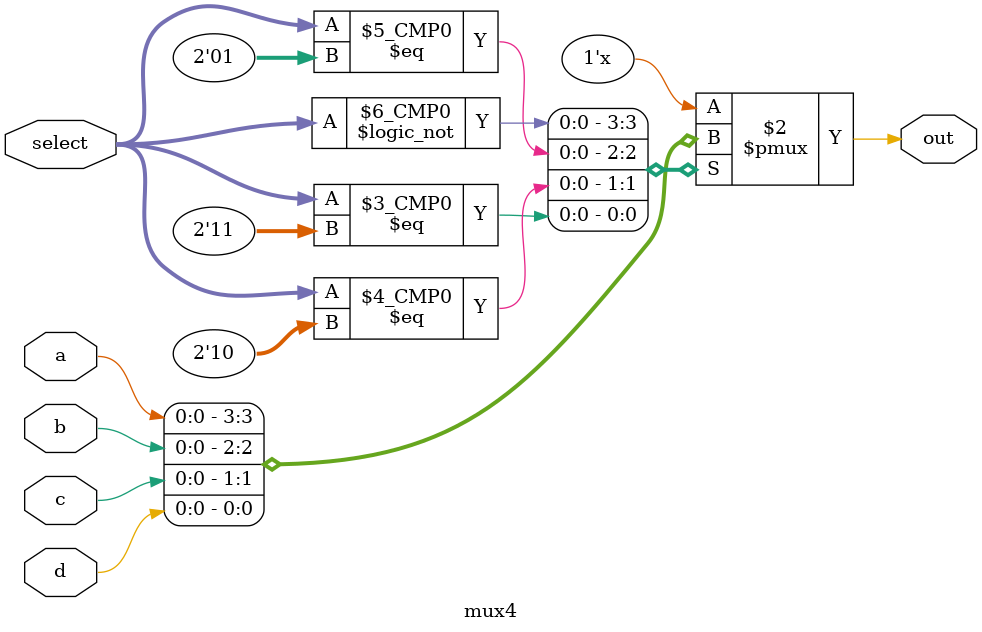
<source format=sv>
module mux4
 #(parameter width = 1)
  (input logic[1:0] select,
  input logic  [width-1:0] a, b, c, d,
  output logic [width-1:0] out);
  
  always_comb begin
  
    case(select)
  
      2'b00: out = a;
	  2'b01: out = b;
	  2'b10: out = c;
	  2'b11: out = d;
	  
    endcase
  end
endmodule
</source>
